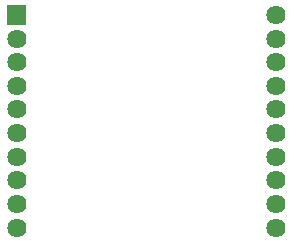
<source format=gbr>
G04 start of page 2 for group 0 idx 0 *
G04 Title: (unknown), top *
G04 Creator: pcb 20110918 *
G04 CreationDate: Thu 09 Jun 2016 12:54:50 AM GMT UTC *
G04 For: railfan *
G04 Format: Gerber/RS-274X *
G04 PCB-Dimensions: 97614 89800 *
G04 PCB-Coordinate-Origin: lower left *
%MOIN*%
%FSLAX25Y25*%
%LNTOP*%
%ADD13C,0.0320*%
%ADD12C,0.0001*%
%ADD11C,0.0640*%
G54D11*X92114Y80300D03*
Y72426D03*
Y64552D03*
Y56678D03*
Y48804D03*
Y40930D03*
Y33056D03*
Y25182D03*
Y17308D03*
Y9434D03*
X5500Y56678D03*
Y48804D03*
Y40930D03*
Y33056D03*
G54D12*G36*
X2300Y83500D02*Y77100D01*
X8700D01*
Y83500D01*
X2300D01*
G37*
G54D11*X5500Y72426D03*
Y64552D03*
Y25182D03*
Y17308D03*
Y9434D03*
G54D13*M02*

</source>
